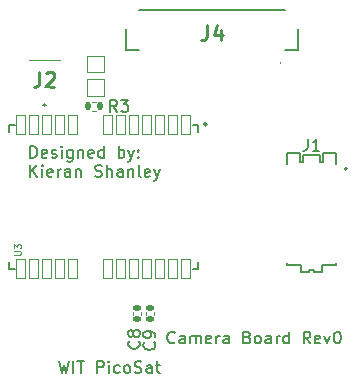
<source format=gto>
%TF.GenerationSoftware,KiCad,Pcbnew,7.0.2*%
%TF.CreationDate,2023-07-30T22:12:35-04:00*%
%TF.ProjectId,CameraBoard,43616d65-7261-4426-9f61-72642e6b6963,rev?*%
%TF.SameCoordinates,Original*%
%TF.FileFunction,Legend,Top*%
%TF.FilePolarity,Positive*%
%FSLAX46Y46*%
G04 Gerber Fmt 4.6, Leading zero omitted, Abs format (unit mm)*
G04 Created by KiCad (PCBNEW 7.0.2) date 2023-07-30 22:12:35*
%MOMM*%
%LPD*%
G01*
G04 APERTURE LIST*
G04 Aperture macros list*
%AMRoundRect*
0 Rectangle with rounded corners*
0 $1 Rounding radius*
0 $2 $3 $4 $5 $6 $7 $8 $9 X,Y pos of 4 corners*
0 Add a 4 corners polygon primitive as box body*
4,1,4,$2,$3,$4,$5,$6,$7,$8,$9,$2,$3,0*
0 Add four circle primitives for the rounded corners*
1,1,$1+$1,$2,$3*
1,1,$1+$1,$4,$5*
1,1,$1+$1,$6,$7*
1,1,$1+$1,$8,$9*
0 Add four rect primitives between the rounded corners*
20,1,$1+$1,$2,$3,$4,$5,0*
20,1,$1+$1,$4,$5,$6,$7,0*
20,1,$1+$1,$6,$7,$8,$9,0*
20,1,$1+$1,$8,$9,$2,$3,0*%
G04 Aperture macros list end*
%ADD10C,0.150000*%
%ADD11C,0.254000*%
%ADD12C,0.120000*%
%ADD13C,0.200000*%
%ADD14C,0.100000*%
%ADD15C,0.127000*%
%ADD16R,0.300000X0.800000*%
%ADD17R,0.950000X1.000000*%
%ADD18R,1.000000X1.000000*%
%ADD19RoundRect,0.140000X-0.170000X0.140000X-0.170000X-0.140000X0.170000X-0.140000X0.170000X0.140000X0*%
%ADD20RoundRect,0.063500X0.400000X-0.800000X0.400000X0.800000X-0.400000X0.800000X-0.400000X-0.800000X0*%
%ADD21RoundRect,0.135000X0.135000X0.185000X-0.135000X0.185000X-0.135000X-0.185000X0.135000X-0.185000X0*%
%ADD22R,1.000000X1.050000*%
%ADD23R,1.050000X2.200000*%
%ADD24R,1.200000X0.230000*%
G04 APERTURE END LIST*
D10*
X44509523Y-111382380D02*
X44461904Y-111430000D01*
X44461904Y-111430000D02*
X44319047Y-111477619D01*
X44319047Y-111477619D02*
X44223809Y-111477619D01*
X44223809Y-111477619D02*
X44080952Y-111430000D01*
X44080952Y-111430000D02*
X43985714Y-111334761D01*
X43985714Y-111334761D02*
X43938095Y-111239523D01*
X43938095Y-111239523D02*
X43890476Y-111049047D01*
X43890476Y-111049047D02*
X43890476Y-110906190D01*
X43890476Y-110906190D02*
X43938095Y-110715714D01*
X43938095Y-110715714D02*
X43985714Y-110620476D01*
X43985714Y-110620476D02*
X44080952Y-110525238D01*
X44080952Y-110525238D02*
X44223809Y-110477619D01*
X44223809Y-110477619D02*
X44319047Y-110477619D01*
X44319047Y-110477619D02*
X44461904Y-110525238D01*
X44461904Y-110525238D02*
X44509523Y-110572857D01*
X45366666Y-111477619D02*
X45366666Y-110953809D01*
X45366666Y-110953809D02*
X45319047Y-110858571D01*
X45319047Y-110858571D02*
X45223809Y-110810952D01*
X45223809Y-110810952D02*
X45033333Y-110810952D01*
X45033333Y-110810952D02*
X44938095Y-110858571D01*
X45366666Y-111430000D02*
X45271428Y-111477619D01*
X45271428Y-111477619D02*
X45033333Y-111477619D01*
X45033333Y-111477619D02*
X44938095Y-111430000D01*
X44938095Y-111430000D02*
X44890476Y-111334761D01*
X44890476Y-111334761D02*
X44890476Y-111239523D01*
X44890476Y-111239523D02*
X44938095Y-111144285D01*
X44938095Y-111144285D02*
X45033333Y-111096666D01*
X45033333Y-111096666D02*
X45271428Y-111096666D01*
X45271428Y-111096666D02*
X45366666Y-111049047D01*
X45842857Y-111477619D02*
X45842857Y-110810952D01*
X45842857Y-110906190D02*
X45890476Y-110858571D01*
X45890476Y-110858571D02*
X45985714Y-110810952D01*
X45985714Y-110810952D02*
X46128571Y-110810952D01*
X46128571Y-110810952D02*
X46223809Y-110858571D01*
X46223809Y-110858571D02*
X46271428Y-110953809D01*
X46271428Y-110953809D02*
X46271428Y-111477619D01*
X46271428Y-110953809D02*
X46319047Y-110858571D01*
X46319047Y-110858571D02*
X46414285Y-110810952D01*
X46414285Y-110810952D02*
X46557142Y-110810952D01*
X46557142Y-110810952D02*
X46652381Y-110858571D01*
X46652381Y-110858571D02*
X46700000Y-110953809D01*
X46700000Y-110953809D02*
X46700000Y-111477619D01*
X47557142Y-111430000D02*
X47461904Y-111477619D01*
X47461904Y-111477619D02*
X47271428Y-111477619D01*
X47271428Y-111477619D02*
X47176190Y-111430000D01*
X47176190Y-111430000D02*
X47128571Y-111334761D01*
X47128571Y-111334761D02*
X47128571Y-110953809D01*
X47128571Y-110953809D02*
X47176190Y-110858571D01*
X47176190Y-110858571D02*
X47271428Y-110810952D01*
X47271428Y-110810952D02*
X47461904Y-110810952D01*
X47461904Y-110810952D02*
X47557142Y-110858571D01*
X47557142Y-110858571D02*
X47604761Y-110953809D01*
X47604761Y-110953809D02*
X47604761Y-111049047D01*
X47604761Y-111049047D02*
X47128571Y-111144285D01*
X48033333Y-111477619D02*
X48033333Y-110810952D01*
X48033333Y-111001428D02*
X48080952Y-110906190D01*
X48080952Y-110906190D02*
X48128571Y-110858571D01*
X48128571Y-110858571D02*
X48223809Y-110810952D01*
X48223809Y-110810952D02*
X48319047Y-110810952D01*
X49080952Y-111477619D02*
X49080952Y-110953809D01*
X49080952Y-110953809D02*
X49033333Y-110858571D01*
X49033333Y-110858571D02*
X48938095Y-110810952D01*
X48938095Y-110810952D02*
X48747619Y-110810952D01*
X48747619Y-110810952D02*
X48652381Y-110858571D01*
X49080952Y-111430000D02*
X48985714Y-111477619D01*
X48985714Y-111477619D02*
X48747619Y-111477619D01*
X48747619Y-111477619D02*
X48652381Y-111430000D01*
X48652381Y-111430000D02*
X48604762Y-111334761D01*
X48604762Y-111334761D02*
X48604762Y-111239523D01*
X48604762Y-111239523D02*
X48652381Y-111144285D01*
X48652381Y-111144285D02*
X48747619Y-111096666D01*
X48747619Y-111096666D02*
X48985714Y-111096666D01*
X48985714Y-111096666D02*
X49080952Y-111049047D01*
X50652381Y-110953809D02*
X50795238Y-111001428D01*
X50795238Y-111001428D02*
X50842857Y-111049047D01*
X50842857Y-111049047D02*
X50890476Y-111144285D01*
X50890476Y-111144285D02*
X50890476Y-111287142D01*
X50890476Y-111287142D02*
X50842857Y-111382380D01*
X50842857Y-111382380D02*
X50795238Y-111430000D01*
X50795238Y-111430000D02*
X50700000Y-111477619D01*
X50700000Y-111477619D02*
X50319048Y-111477619D01*
X50319048Y-111477619D02*
X50319048Y-110477619D01*
X50319048Y-110477619D02*
X50652381Y-110477619D01*
X50652381Y-110477619D02*
X50747619Y-110525238D01*
X50747619Y-110525238D02*
X50795238Y-110572857D01*
X50795238Y-110572857D02*
X50842857Y-110668095D01*
X50842857Y-110668095D02*
X50842857Y-110763333D01*
X50842857Y-110763333D02*
X50795238Y-110858571D01*
X50795238Y-110858571D02*
X50747619Y-110906190D01*
X50747619Y-110906190D02*
X50652381Y-110953809D01*
X50652381Y-110953809D02*
X50319048Y-110953809D01*
X51461905Y-111477619D02*
X51366667Y-111430000D01*
X51366667Y-111430000D02*
X51319048Y-111382380D01*
X51319048Y-111382380D02*
X51271429Y-111287142D01*
X51271429Y-111287142D02*
X51271429Y-111001428D01*
X51271429Y-111001428D02*
X51319048Y-110906190D01*
X51319048Y-110906190D02*
X51366667Y-110858571D01*
X51366667Y-110858571D02*
X51461905Y-110810952D01*
X51461905Y-110810952D02*
X51604762Y-110810952D01*
X51604762Y-110810952D02*
X51700000Y-110858571D01*
X51700000Y-110858571D02*
X51747619Y-110906190D01*
X51747619Y-110906190D02*
X51795238Y-111001428D01*
X51795238Y-111001428D02*
X51795238Y-111287142D01*
X51795238Y-111287142D02*
X51747619Y-111382380D01*
X51747619Y-111382380D02*
X51700000Y-111430000D01*
X51700000Y-111430000D02*
X51604762Y-111477619D01*
X51604762Y-111477619D02*
X51461905Y-111477619D01*
X52652381Y-111477619D02*
X52652381Y-110953809D01*
X52652381Y-110953809D02*
X52604762Y-110858571D01*
X52604762Y-110858571D02*
X52509524Y-110810952D01*
X52509524Y-110810952D02*
X52319048Y-110810952D01*
X52319048Y-110810952D02*
X52223810Y-110858571D01*
X52652381Y-111430000D02*
X52557143Y-111477619D01*
X52557143Y-111477619D02*
X52319048Y-111477619D01*
X52319048Y-111477619D02*
X52223810Y-111430000D01*
X52223810Y-111430000D02*
X52176191Y-111334761D01*
X52176191Y-111334761D02*
X52176191Y-111239523D01*
X52176191Y-111239523D02*
X52223810Y-111144285D01*
X52223810Y-111144285D02*
X52319048Y-111096666D01*
X52319048Y-111096666D02*
X52557143Y-111096666D01*
X52557143Y-111096666D02*
X52652381Y-111049047D01*
X53128572Y-111477619D02*
X53128572Y-110810952D01*
X53128572Y-111001428D02*
X53176191Y-110906190D01*
X53176191Y-110906190D02*
X53223810Y-110858571D01*
X53223810Y-110858571D02*
X53319048Y-110810952D01*
X53319048Y-110810952D02*
X53414286Y-110810952D01*
X54176191Y-111477619D02*
X54176191Y-110477619D01*
X54176191Y-111430000D02*
X54080953Y-111477619D01*
X54080953Y-111477619D02*
X53890477Y-111477619D01*
X53890477Y-111477619D02*
X53795239Y-111430000D01*
X53795239Y-111430000D02*
X53747620Y-111382380D01*
X53747620Y-111382380D02*
X53700001Y-111287142D01*
X53700001Y-111287142D02*
X53700001Y-111001428D01*
X53700001Y-111001428D02*
X53747620Y-110906190D01*
X53747620Y-110906190D02*
X53795239Y-110858571D01*
X53795239Y-110858571D02*
X53890477Y-110810952D01*
X53890477Y-110810952D02*
X54080953Y-110810952D01*
X54080953Y-110810952D02*
X54176191Y-110858571D01*
X55985715Y-111477619D02*
X55652382Y-111001428D01*
X55414287Y-111477619D02*
X55414287Y-110477619D01*
X55414287Y-110477619D02*
X55795239Y-110477619D01*
X55795239Y-110477619D02*
X55890477Y-110525238D01*
X55890477Y-110525238D02*
X55938096Y-110572857D01*
X55938096Y-110572857D02*
X55985715Y-110668095D01*
X55985715Y-110668095D02*
X55985715Y-110810952D01*
X55985715Y-110810952D02*
X55938096Y-110906190D01*
X55938096Y-110906190D02*
X55890477Y-110953809D01*
X55890477Y-110953809D02*
X55795239Y-111001428D01*
X55795239Y-111001428D02*
X55414287Y-111001428D01*
X56795239Y-111430000D02*
X56700001Y-111477619D01*
X56700001Y-111477619D02*
X56509525Y-111477619D01*
X56509525Y-111477619D02*
X56414287Y-111430000D01*
X56414287Y-111430000D02*
X56366668Y-111334761D01*
X56366668Y-111334761D02*
X56366668Y-110953809D01*
X56366668Y-110953809D02*
X56414287Y-110858571D01*
X56414287Y-110858571D02*
X56509525Y-110810952D01*
X56509525Y-110810952D02*
X56700001Y-110810952D01*
X56700001Y-110810952D02*
X56795239Y-110858571D01*
X56795239Y-110858571D02*
X56842858Y-110953809D01*
X56842858Y-110953809D02*
X56842858Y-111049047D01*
X56842858Y-111049047D02*
X56366668Y-111144285D01*
X57176192Y-110810952D02*
X57414287Y-111477619D01*
X57414287Y-111477619D02*
X57652382Y-110810952D01*
X58223811Y-110477619D02*
X58319049Y-110477619D01*
X58319049Y-110477619D02*
X58414287Y-110525238D01*
X58414287Y-110525238D02*
X58461906Y-110572857D01*
X58461906Y-110572857D02*
X58509525Y-110668095D01*
X58509525Y-110668095D02*
X58557144Y-110858571D01*
X58557144Y-110858571D02*
X58557144Y-111096666D01*
X58557144Y-111096666D02*
X58509525Y-111287142D01*
X58509525Y-111287142D02*
X58461906Y-111382380D01*
X58461906Y-111382380D02*
X58414287Y-111430000D01*
X58414287Y-111430000D02*
X58319049Y-111477619D01*
X58319049Y-111477619D02*
X58223811Y-111477619D01*
X58223811Y-111477619D02*
X58128573Y-111430000D01*
X58128573Y-111430000D02*
X58080954Y-111382380D01*
X58080954Y-111382380D02*
X58033335Y-111287142D01*
X58033335Y-111287142D02*
X57985716Y-111096666D01*
X57985716Y-111096666D02*
X57985716Y-110858571D01*
X57985716Y-110858571D02*
X58033335Y-110668095D01*
X58033335Y-110668095D02*
X58080954Y-110572857D01*
X58080954Y-110572857D02*
X58128573Y-110525238D01*
X58128573Y-110525238D02*
X58223811Y-110477619D01*
X34692857Y-112977619D02*
X34930952Y-113977619D01*
X34930952Y-113977619D02*
X35121428Y-113263333D01*
X35121428Y-113263333D02*
X35311904Y-113977619D01*
X35311904Y-113977619D02*
X35550000Y-112977619D01*
X35930952Y-113977619D02*
X35930952Y-112977619D01*
X36264285Y-112977619D02*
X36835713Y-112977619D01*
X36549999Y-113977619D02*
X36549999Y-112977619D01*
X37930952Y-113977619D02*
X37930952Y-112977619D01*
X37930952Y-112977619D02*
X38311904Y-112977619D01*
X38311904Y-112977619D02*
X38407142Y-113025238D01*
X38407142Y-113025238D02*
X38454761Y-113072857D01*
X38454761Y-113072857D02*
X38502380Y-113168095D01*
X38502380Y-113168095D02*
X38502380Y-113310952D01*
X38502380Y-113310952D02*
X38454761Y-113406190D01*
X38454761Y-113406190D02*
X38407142Y-113453809D01*
X38407142Y-113453809D02*
X38311904Y-113501428D01*
X38311904Y-113501428D02*
X37930952Y-113501428D01*
X38930952Y-113977619D02*
X38930952Y-113310952D01*
X38930952Y-112977619D02*
X38883333Y-113025238D01*
X38883333Y-113025238D02*
X38930952Y-113072857D01*
X38930952Y-113072857D02*
X38978571Y-113025238D01*
X38978571Y-113025238D02*
X38930952Y-112977619D01*
X38930952Y-112977619D02*
X38930952Y-113072857D01*
X39835713Y-113930000D02*
X39740475Y-113977619D01*
X39740475Y-113977619D02*
X39549999Y-113977619D01*
X39549999Y-113977619D02*
X39454761Y-113930000D01*
X39454761Y-113930000D02*
X39407142Y-113882380D01*
X39407142Y-113882380D02*
X39359523Y-113787142D01*
X39359523Y-113787142D02*
X39359523Y-113501428D01*
X39359523Y-113501428D02*
X39407142Y-113406190D01*
X39407142Y-113406190D02*
X39454761Y-113358571D01*
X39454761Y-113358571D02*
X39549999Y-113310952D01*
X39549999Y-113310952D02*
X39740475Y-113310952D01*
X39740475Y-113310952D02*
X39835713Y-113358571D01*
X40407142Y-113977619D02*
X40311904Y-113930000D01*
X40311904Y-113930000D02*
X40264285Y-113882380D01*
X40264285Y-113882380D02*
X40216666Y-113787142D01*
X40216666Y-113787142D02*
X40216666Y-113501428D01*
X40216666Y-113501428D02*
X40264285Y-113406190D01*
X40264285Y-113406190D02*
X40311904Y-113358571D01*
X40311904Y-113358571D02*
X40407142Y-113310952D01*
X40407142Y-113310952D02*
X40549999Y-113310952D01*
X40549999Y-113310952D02*
X40645237Y-113358571D01*
X40645237Y-113358571D02*
X40692856Y-113406190D01*
X40692856Y-113406190D02*
X40740475Y-113501428D01*
X40740475Y-113501428D02*
X40740475Y-113787142D01*
X40740475Y-113787142D02*
X40692856Y-113882380D01*
X40692856Y-113882380D02*
X40645237Y-113930000D01*
X40645237Y-113930000D02*
X40549999Y-113977619D01*
X40549999Y-113977619D02*
X40407142Y-113977619D01*
X41121428Y-113930000D02*
X41264285Y-113977619D01*
X41264285Y-113977619D02*
X41502380Y-113977619D01*
X41502380Y-113977619D02*
X41597618Y-113930000D01*
X41597618Y-113930000D02*
X41645237Y-113882380D01*
X41645237Y-113882380D02*
X41692856Y-113787142D01*
X41692856Y-113787142D02*
X41692856Y-113691904D01*
X41692856Y-113691904D02*
X41645237Y-113596666D01*
X41645237Y-113596666D02*
X41597618Y-113549047D01*
X41597618Y-113549047D02*
X41502380Y-113501428D01*
X41502380Y-113501428D02*
X41311904Y-113453809D01*
X41311904Y-113453809D02*
X41216666Y-113406190D01*
X41216666Y-113406190D02*
X41169047Y-113358571D01*
X41169047Y-113358571D02*
X41121428Y-113263333D01*
X41121428Y-113263333D02*
X41121428Y-113168095D01*
X41121428Y-113168095D02*
X41169047Y-113072857D01*
X41169047Y-113072857D02*
X41216666Y-113025238D01*
X41216666Y-113025238D02*
X41311904Y-112977619D01*
X41311904Y-112977619D02*
X41549999Y-112977619D01*
X41549999Y-112977619D02*
X41692856Y-113025238D01*
X42549999Y-113977619D02*
X42549999Y-113453809D01*
X42549999Y-113453809D02*
X42502380Y-113358571D01*
X42502380Y-113358571D02*
X42407142Y-113310952D01*
X42407142Y-113310952D02*
X42216666Y-113310952D01*
X42216666Y-113310952D02*
X42121428Y-113358571D01*
X42549999Y-113930000D02*
X42454761Y-113977619D01*
X42454761Y-113977619D02*
X42216666Y-113977619D01*
X42216666Y-113977619D02*
X42121428Y-113930000D01*
X42121428Y-113930000D02*
X42073809Y-113834761D01*
X42073809Y-113834761D02*
X42073809Y-113739523D01*
X42073809Y-113739523D02*
X42121428Y-113644285D01*
X42121428Y-113644285D02*
X42216666Y-113596666D01*
X42216666Y-113596666D02*
X42454761Y-113596666D01*
X42454761Y-113596666D02*
X42549999Y-113549047D01*
X42883333Y-113310952D02*
X43264285Y-113310952D01*
X43026190Y-112977619D02*
X43026190Y-113834761D01*
X43026190Y-113834761D02*
X43073809Y-113930000D01*
X43073809Y-113930000D02*
X43169047Y-113977619D01*
X43169047Y-113977619D02*
X43264285Y-113977619D01*
X32288095Y-95757619D02*
X32288095Y-94757619D01*
X32288095Y-94757619D02*
X32526190Y-94757619D01*
X32526190Y-94757619D02*
X32669047Y-94805238D01*
X32669047Y-94805238D02*
X32764285Y-94900476D01*
X32764285Y-94900476D02*
X32811904Y-94995714D01*
X32811904Y-94995714D02*
X32859523Y-95186190D01*
X32859523Y-95186190D02*
X32859523Y-95329047D01*
X32859523Y-95329047D02*
X32811904Y-95519523D01*
X32811904Y-95519523D02*
X32764285Y-95614761D01*
X32764285Y-95614761D02*
X32669047Y-95710000D01*
X32669047Y-95710000D02*
X32526190Y-95757619D01*
X32526190Y-95757619D02*
X32288095Y-95757619D01*
X33669047Y-95710000D02*
X33573809Y-95757619D01*
X33573809Y-95757619D02*
X33383333Y-95757619D01*
X33383333Y-95757619D02*
X33288095Y-95710000D01*
X33288095Y-95710000D02*
X33240476Y-95614761D01*
X33240476Y-95614761D02*
X33240476Y-95233809D01*
X33240476Y-95233809D02*
X33288095Y-95138571D01*
X33288095Y-95138571D02*
X33383333Y-95090952D01*
X33383333Y-95090952D02*
X33573809Y-95090952D01*
X33573809Y-95090952D02*
X33669047Y-95138571D01*
X33669047Y-95138571D02*
X33716666Y-95233809D01*
X33716666Y-95233809D02*
X33716666Y-95329047D01*
X33716666Y-95329047D02*
X33240476Y-95424285D01*
X34097619Y-95710000D02*
X34192857Y-95757619D01*
X34192857Y-95757619D02*
X34383333Y-95757619D01*
X34383333Y-95757619D02*
X34478571Y-95710000D01*
X34478571Y-95710000D02*
X34526190Y-95614761D01*
X34526190Y-95614761D02*
X34526190Y-95567142D01*
X34526190Y-95567142D02*
X34478571Y-95471904D01*
X34478571Y-95471904D02*
X34383333Y-95424285D01*
X34383333Y-95424285D02*
X34240476Y-95424285D01*
X34240476Y-95424285D02*
X34145238Y-95376666D01*
X34145238Y-95376666D02*
X34097619Y-95281428D01*
X34097619Y-95281428D02*
X34097619Y-95233809D01*
X34097619Y-95233809D02*
X34145238Y-95138571D01*
X34145238Y-95138571D02*
X34240476Y-95090952D01*
X34240476Y-95090952D02*
X34383333Y-95090952D01*
X34383333Y-95090952D02*
X34478571Y-95138571D01*
X34954762Y-95757619D02*
X34954762Y-95090952D01*
X34954762Y-94757619D02*
X34907143Y-94805238D01*
X34907143Y-94805238D02*
X34954762Y-94852857D01*
X34954762Y-94852857D02*
X35002381Y-94805238D01*
X35002381Y-94805238D02*
X34954762Y-94757619D01*
X34954762Y-94757619D02*
X34954762Y-94852857D01*
X35859523Y-95090952D02*
X35859523Y-95900476D01*
X35859523Y-95900476D02*
X35811904Y-95995714D01*
X35811904Y-95995714D02*
X35764285Y-96043333D01*
X35764285Y-96043333D02*
X35669047Y-96090952D01*
X35669047Y-96090952D02*
X35526190Y-96090952D01*
X35526190Y-96090952D02*
X35430952Y-96043333D01*
X35859523Y-95710000D02*
X35764285Y-95757619D01*
X35764285Y-95757619D02*
X35573809Y-95757619D01*
X35573809Y-95757619D02*
X35478571Y-95710000D01*
X35478571Y-95710000D02*
X35430952Y-95662380D01*
X35430952Y-95662380D02*
X35383333Y-95567142D01*
X35383333Y-95567142D02*
X35383333Y-95281428D01*
X35383333Y-95281428D02*
X35430952Y-95186190D01*
X35430952Y-95186190D02*
X35478571Y-95138571D01*
X35478571Y-95138571D02*
X35573809Y-95090952D01*
X35573809Y-95090952D02*
X35764285Y-95090952D01*
X35764285Y-95090952D02*
X35859523Y-95138571D01*
X36335714Y-95090952D02*
X36335714Y-95757619D01*
X36335714Y-95186190D02*
X36383333Y-95138571D01*
X36383333Y-95138571D02*
X36478571Y-95090952D01*
X36478571Y-95090952D02*
X36621428Y-95090952D01*
X36621428Y-95090952D02*
X36716666Y-95138571D01*
X36716666Y-95138571D02*
X36764285Y-95233809D01*
X36764285Y-95233809D02*
X36764285Y-95757619D01*
X37621428Y-95710000D02*
X37526190Y-95757619D01*
X37526190Y-95757619D02*
X37335714Y-95757619D01*
X37335714Y-95757619D02*
X37240476Y-95710000D01*
X37240476Y-95710000D02*
X37192857Y-95614761D01*
X37192857Y-95614761D02*
X37192857Y-95233809D01*
X37192857Y-95233809D02*
X37240476Y-95138571D01*
X37240476Y-95138571D02*
X37335714Y-95090952D01*
X37335714Y-95090952D02*
X37526190Y-95090952D01*
X37526190Y-95090952D02*
X37621428Y-95138571D01*
X37621428Y-95138571D02*
X37669047Y-95233809D01*
X37669047Y-95233809D02*
X37669047Y-95329047D01*
X37669047Y-95329047D02*
X37192857Y-95424285D01*
X38526190Y-95757619D02*
X38526190Y-94757619D01*
X38526190Y-95710000D02*
X38430952Y-95757619D01*
X38430952Y-95757619D02*
X38240476Y-95757619D01*
X38240476Y-95757619D02*
X38145238Y-95710000D01*
X38145238Y-95710000D02*
X38097619Y-95662380D01*
X38097619Y-95662380D02*
X38050000Y-95567142D01*
X38050000Y-95567142D02*
X38050000Y-95281428D01*
X38050000Y-95281428D02*
X38097619Y-95186190D01*
X38097619Y-95186190D02*
X38145238Y-95138571D01*
X38145238Y-95138571D02*
X38240476Y-95090952D01*
X38240476Y-95090952D02*
X38430952Y-95090952D01*
X38430952Y-95090952D02*
X38526190Y-95138571D01*
X39764286Y-95757619D02*
X39764286Y-94757619D01*
X39764286Y-95138571D02*
X39859524Y-95090952D01*
X39859524Y-95090952D02*
X40050000Y-95090952D01*
X40050000Y-95090952D02*
X40145238Y-95138571D01*
X40145238Y-95138571D02*
X40192857Y-95186190D01*
X40192857Y-95186190D02*
X40240476Y-95281428D01*
X40240476Y-95281428D02*
X40240476Y-95567142D01*
X40240476Y-95567142D02*
X40192857Y-95662380D01*
X40192857Y-95662380D02*
X40145238Y-95710000D01*
X40145238Y-95710000D02*
X40050000Y-95757619D01*
X40050000Y-95757619D02*
X39859524Y-95757619D01*
X39859524Y-95757619D02*
X39764286Y-95710000D01*
X40573810Y-95090952D02*
X40811905Y-95757619D01*
X41050000Y-95090952D02*
X40811905Y-95757619D01*
X40811905Y-95757619D02*
X40716667Y-95995714D01*
X40716667Y-95995714D02*
X40669048Y-96043333D01*
X40669048Y-96043333D02*
X40573810Y-96090952D01*
X41430953Y-95662380D02*
X41478572Y-95710000D01*
X41478572Y-95710000D02*
X41430953Y-95757619D01*
X41430953Y-95757619D02*
X41383334Y-95710000D01*
X41383334Y-95710000D02*
X41430953Y-95662380D01*
X41430953Y-95662380D02*
X41430953Y-95757619D01*
X41430953Y-95138571D02*
X41478572Y-95186190D01*
X41478572Y-95186190D02*
X41430953Y-95233809D01*
X41430953Y-95233809D02*
X41383334Y-95186190D01*
X41383334Y-95186190D02*
X41430953Y-95138571D01*
X41430953Y-95138571D02*
X41430953Y-95233809D01*
X32288095Y-97377619D02*
X32288095Y-96377619D01*
X32859523Y-97377619D02*
X32430952Y-96806190D01*
X32859523Y-96377619D02*
X32288095Y-96949047D01*
X33288095Y-97377619D02*
X33288095Y-96710952D01*
X33288095Y-96377619D02*
X33240476Y-96425238D01*
X33240476Y-96425238D02*
X33288095Y-96472857D01*
X33288095Y-96472857D02*
X33335714Y-96425238D01*
X33335714Y-96425238D02*
X33288095Y-96377619D01*
X33288095Y-96377619D02*
X33288095Y-96472857D01*
X34145237Y-97330000D02*
X34049999Y-97377619D01*
X34049999Y-97377619D02*
X33859523Y-97377619D01*
X33859523Y-97377619D02*
X33764285Y-97330000D01*
X33764285Y-97330000D02*
X33716666Y-97234761D01*
X33716666Y-97234761D02*
X33716666Y-96853809D01*
X33716666Y-96853809D02*
X33764285Y-96758571D01*
X33764285Y-96758571D02*
X33859523Y-96710952D01*
X33859523Y-96710952D02*
X34049999Y-96710952D01*
X34049999Y-96710952D02*
X34145237Y-96758571D01*
X34145237Y-96758571D02*
X34192856Y-96853809D01*
X34192856Y-96853809D02*
X34192856Y-96949047D01*
X34192856Y-96949047D02*
X33716666Y-97044285D01*
X34621428Y-97377619D02*
X34621428Y-96710952D01*
X34621428Y-96901428D02*
X34669047Y-96806190D01*
X34669047Y-96806190D02*
X34716666Y-96758571D01*
X34716666Y-96758571D02*
X34811904Y-96710952D01*
X34811904Y-96710952D02*
X34907142Y-96710952D01*
X35669047Y-97377619D02*
X35669047Y-96853809D01*
X35669047Y-96853809D02*
X35621428Y-96758571D01*
X35621428Y-96758571D02*
X35526190Y-96710952D01*
X35526190Y-96710952D02*
X35335714Y-96710952D01*
X35335714Y-96710952D02*
X35240476Y-96758571D01*
X35669047Y-97330000D02*
X35573809Y-97377619D01*
X35573809Y-97377619D02*
X35335714Y-97377619D01*
X35335714Y-97377619D02*
X35240476Y-97330000D01*
X35240476Y-97330000D02*
X35192857Y-97234761D01*
X35192857Y-97234761D02*
X35192857Y-97139523D01*
X35192857Y-97139523D02*
X35240476Y-97044285D01*
X35240476Y-97044285D02*
X35335714Y-96996666D01*
X35335714Y-96996666D02*
X35573809Y-96996666D01*
X35573809Y-96996666D02*
X35669047Y-96949047D01*
X36145238Y-96710952D02*
X36145238Y-97377619D01*
X36145238Y-96806190D02*
X36192857Y-96758571D01*
X36192857Y-96758571D02*
X36288095Y-96710952D01*
X36288095Y-96710952D02*
X36430952Y-96710952D01*
X36430952Y-96710952D02*
X36526190Y-96758571D01*
X36526190Y-96758571D02*
X36573809Y-96853809D01*
X36573809Y-96853809D02*
X36573809Y-97377619D01*
X37764286Y-97330000D02*
X37907143Y-97377619D01*
X37907143Y-97377619D02*
X38145238Y-97377619D01*
X38145238Y-97377619D02*
X38240476Y-97330000D01*
X38240476Y-97330000D02*
X38288095Y-97282380D01*
X38288095Y-97282380D02*
X38335714Y-97187142D01*
X38335714Y-97187142D02*
X38335714Y-97091904D01*
X38335714Y-97091904D02*
X38288095Y-96996666D01*
X38288095Y-96996666D02*
X38240476Y-96949047D01*
X38240476Y-96949047D02*
X38145238Y-96901428D01*
X38145238Y-96901428D02*
X37954762Y-96853809D01*
X37954762Y-96853809D02*
X37859524Y-96806190D01*
X37859524Y-96806190D02*
X37811905Y-96758571D01*
X37811905Y-96758571D02*
X37764286Y-96663333D01*
X37764286Y-96663333D02*
X37764286Y-96568095D01*
X37764286Y-96568095D02*
X37811905Y-96472857D01*
X37811905Y-96472857D02*
X37859524Y-96425238D01*
X37859524Y-96425238D02*
X37954762Y-96377619D01*
X37954762Y-96377619D02*
X38192857Y-96377619D01*
X38192857Y-96377619D02*
X38335714Y-96425238D01*
X38764286Y-97377619D02*
X38764286Y-96377619D01*
X39192857Y-97377619D02*
X39192857Y-96853809D01*
X39192857Y-96853809D02*
X39145238Y-96758571D01*
X39145238Y-96758571D02*
X39050000Y-96710952D01*
X39050000Y-96710952D02*
X38907143Y-96710952D01*
X38907143Y-96710952D02*
X38811905Y-96758571D01*
X38811905Y-96758571D02*
X38764286Y-96806190D01*
X40097619Y-97377619D02*
X40097619Y-96853809D01*
X40097619Y-96853809D02*
X40050000Y-96758571D01*
X40050000Y-96758571D02*
X39954762Y-96710952D01*
X39954762Y-96710952D02*
X39764286Y-96710952D01*
X39764286Y-96710952D02*
X39669048Y-96758571D01*
X40097619Y-97330000D02*
X40002381Y-97377619D01*
X40002381Y-97377619D02*
X39764286Y-97377619D01*
X39764286Y-97377619D02*
X39669048Y-97330000D01*
X39669048Y-97330000D02*
X39621429Y-97234761D01*
X39621429Y-97234761D02*
X39621429Y-97139523D01*
X39621429Y-97139523D02*
X39669048Y-97044285D01*
X39669048Y-97044285D02*
X39764286Y-96996666D01*
X39764286Y-96996666D02*
X40002381Y-96996666D01*
X40002381Y-96996666D02*
X40097619Y-96949047D01*
X40573810Y-96710952D02*
X40573810Y-97377619D01*
X40573810Y-96806190D02*
X40621429Y-96758571D01*
X40621429Y-96758571D02*
X40716667Y-96710952D01*
X40716667Y-96710952D02*
X40859524Y-96710952D01*
X40859524Y-96710952D02*
X40954762Y-96758571D01*
X40954762Y-96758571D02*
X41002381Y-96853809D01*
X41002381Y-96853809D02*
X41002381Y-97377619D01*
X41621429Y-97377619D02*
X41526191Y-97330000D01*
X41526191Y-97330000D02*
X41478572Y-97234761D01*
X41478572Y-97234761D02*
X41478572Y-96377619D01*
X42383334Y-97330000D02*
X42288096Y-97377619D01*
X42288096Y-97377619D02*
X42097620Y-97377619D01*
X42097620Y-97377619D02*
X42002382Y-97330000D01*
X42002382Y-97330000D02*
X41954763Y-97234761D01*
X41954763Y-97234761D02*
X41954763Y-96853809D01*
X41954763Y-96853809D02*
X42002382Y-96758571D01*
X42002382Y-96758571D02*
X42097620Y-96710952D01*
X42097620Y-96710952D02*
X42288096Y-96710952D01*
X42288096Y-96710952D02*
X42383334Y-96758571D01*
X42383334Y-96758571D02*
X42430953Y-96853809D01*
X42430953Y-96853809D02*
X42430953Y-96949047D01*
X42430953Y-96949047D02*
X41954763Y-97044285D01*
X42764287Y-96710952D02*
X43002382Y-97377619D01*
X43240477Y-96710952D02*
X43002382Y-97377619D01*
X43002382Y-97377619D02*
X42907144Y-97615714D01*
X42907144Y-97615714D02*
X42859525Y-97663333D01*
X42859525Y-97663333D02*
X42764287Y-97710952D01*
D11*
X47251667Y-84542526D02*
X47251667Y-85449669D01*
X47251667Y-85449669D02*
X47191190Y-85631097D01*
X47191190Y-85631097D02*
X47070238Y-85752050D01*
X47070238Y-85752050D02*
X46888809Y-85812526D01*
X46888809Y-85812526D02*
X46767857Y-85812526D01*
X48400714Y-84965859D02*
X48400714Y-85812526D01*
X48098333Y-84482050D02*
X47795952Y-85389192D01*
X47795952Y-85389192D02*
X48582143Y-85389192D01*
D10*
X42767380Y-111386666D02*
X42815000Y-111434285D01*
X42815000Y-111434285D02*
X42862619Y-111577142D01*
X42862619Y-111577142D02*
X42862619Y-111672380D01*
X42862619Y-111672380D02*
X42815000Y-111815237D01*
X42815000Y-111815237D02*
X42719761Y-111910475D01*
X42719761Y-111910475D02*
X42624523Y-111958094D01*
X42624523Y-111958094D02*
X42434047Y-112005713D01*
X42434047Y-112005713D02*
X42291190Y-112005713D01*
X42291190Y-112005713D02*
X42100714Y-111958094D01*
X42100714Y-111958094D02*
X42005476Y-111910475D01*
X42005476Y-111910475D02*
X41910238Y-111815237D01*
X41910238Y-111815237D02*
X41862619Y-111672380D01*
X41862619Y-111672380D02*
X41862619Y-111577142D01*
X41862619Y-111577142D02*
X41910238Y-111434285D01*
X41910238Y-111434285D02*
X41957857Y-111386666D01*
X42862619Y-110910475D02*
X42862619Y-110719999D01*
X42862619Y-110719999D02*
X42815000Y-110624761D01*
X42815000Y-110624761D02*
X42767380Y-110577142D01*
X42767380Y-110577142D02*
X42624523Y-110481904D01*
X42624523Y-110481904D02*
X42434047Y-110434285D01*
X42434047Y-110434285D02*
X42053095Y-110434285D01*
X42053095Y-110434285D02*
X41957857Y-110481904D01*
X41957857Y-110481904D02*
X41910238Y-110529523D01*
X41910238Y-110529523D02*
X41862619Y-110624761D01*
X41862619Y-110624761D02*
X41862619Y-110815237D01*
X41862619Y-110815237D02*
X41910238Y-110910475D01*
X41910238Y-110910475D02*
X41957857Y-110958094D01*
X41957857Y-110958094D02*
X42053095Y-111005713D01*
X42053095Y-111005713D02*
X42291190Y-111005713D01*
X42291190Y-111005713D02*
X42386428Y-110958094D01*
X42386428Y-110958094D02*
X42434047Y-110910475D01*
X42434047Y-110910475D02*
X42481666Y-110815237D01*
X42481666Y-110815237D02*
X42481666Y-110624761D01*
X42481666Y-110624761D02*
X42434047Y-110529523D01*
X42434047Y-110529523D02*
X42386428Y-110481904D01*
X42386428Y-110481904D02*
X42291190Y-110434285D01*
D12*
X30942175Y-103966666D02*
X31395509Y-103966666D01*
X31395509Y-103966666D02*
X31448842Y-103940000D01*
X31448842Y-103940000D02*
X31475509Y-103913333D01*
X31475509Y-103913333D02*
X31502175Y-103860000D01*
X31502175Y-103860000D02*
X31502175Y-103753333D01*
X31502175Y-103753333D02*
X31475509Y-103700000D01*
X31475509Y-103700000D02*
X31448842Y-103673333D01*
X31448842Y-103673333D02*
X31395509Y-103646666D01*
X31395509Y-103646666D02*
X30942175Y-103646666D01*
X30942175Y-103433333D02*
X30942175Y-103086666D01*
X30942175Y-103086666D02*
X31155509Y-103273333D01*
X31155509Y-103273333D02*
X31155509Y-103193333D01*
X31155509Y-103193333D02*
X31182175Y-103139999D01*
X31182175Y-103139999D02*
X31208842Y-103113333D01*
X31208842Y-103113333D02*
X31262175Y-103086666D01*
X31262175Y-103086666D02*
X31395509Y-103086666D01*
X31395509Y-103086666D02*
X31448842Y-103113333D01*
X31448842Y-103113333D02*
X31475509Y-103139999D01*
X31475509Y-103139999D02*
X31502175Y-103193333D01*
X31502175Y-103193333D02*
X31502175Y-103353333D01*
X31502175Y-103353333D02*
X31475509Y-103406666D01*
X31475509Y-103406666D02*
X31448842Y-103433333D01*
D10*
X41467380Y-111286666D02*
X41515000Y-111334285D01*
X41515000Y-111334285D02*
X41562619Y-111477142D01*
X41562619Y-111477142D02*
X41562619Y-111572380D01*
X41562619Y-111572380D02*
X41515000Y-111715237D01*
X41515000Y-111715237D02*
X41419761Y-111810475D01*
X41419761Y-111810475D02*
X41324523Y-111858094D01*
X41324523Y-111858094D02*
X41134047Y-111905713D01*
X41134047Y-111905713D02*
X40991190Y-111905713D01*
X40991190Y-111905713D02*
X40800714Y-111858094D01*
X40800714Y-111858094D02*
X40705476Y-111810475D01*
X40705476Y-111810475D02*
X40610238Y-111715237D01*
X40610238Y-111715237D02*
X40562619Y-111572380D01*
X40562619Y-111572380D02*
X40562619Y-111477142D01*
X40562619Y-111477142D02*
X40610238Y-111334285D01*
X40610238Y-111334285D02*
X40657857Y-111286666D01*
X40991190Y-110715237D02*
X40943571Y-110810475D01*
X40943571Y-110810475D02*
X40895952Y-110858094D01*
X40895952Y-110858094D02*
X40800714Y-110905713D01*
X40800714Y-110905713D02*
X40753095Y-110905713D01*
X40753095Y-110905713D02*
X40657857Y-110858094D01*
X40657857Y-110858094D02*
X40610238Y-110810475D01*
X40610238Y-110810475D02*
X40562619Y-110715237D01*
X40562619Y-110715237D02*
X40562619Y-110524761D01*
X40562619Y-110524761D02*
X40610238Y-110429523D01*
X40610238Y-110429523D02*
X40657857Y-110381904D01*
X40657857Y-110381904D02*
X40753095Y-110334285D01*
X40753095Y-110334285D02*
X40800714Y-110334285D01*
X40800714Y-110334285D02*
X40895952Y-110381904D01*
X40895952Y-110381904D02*
X40943571Y-110429523D01*
X40943571Y-110429523D02*
X40991190Y-110524761D01*
X40991190Y-110524761D02*
X40991190Y-110715237D01*
X40991190Y-110715237D02*
X41038809Y-110810475D01*
X41038809Y-110810475D02*
X41086428Y-110858094D01*
X41086428Y-110858094D02*
X41181666Y-110905713D01*
X41181666Y-110905713D02*
X41372142Y-110905713D01*
X41372142Y-110905713D02*
X41467380Y-110858094D01*
X41467380Y-110858094D02*
X41515000Y-110810475D01*
X41515000Y-110810475D02*
X41562619Y-110715237D01*
X41562619Y-110715237D02*
X41562619Y-110524761D01*
X41562619Y-110524761D02*
X41515000Y-110429523D01*
X41515000Y-110429523D02*
X41467380Y-110381904D01*
X41467380Y-110381904D02*
X41372142Y-110334285D01*
X41372142Y-110334285D02*
X41181666Y-110334285D01*
X41181666Y-110334285D02*
X41086428Y-110381904D01*
X41086428Y-110381904D02*
X41038809Y-110429523D01*
X41038809Y-110429523D02*
X40991190Y-110524761D01*
X39623333Y-91862619D02*
X39290000Y-91386428D01*
X39051905Y-91862619D02*
X39051905Y-90862619D01*
X39051905Y-90862619D02*
X39432857Y-90862619D01*
X39432857Y-90862619D02*
X39528095Y-90910238D01*
X39528095Y-90910238D02*
X39575714Y-90957857D01*
X39575714Y-90957857D02*
X39623333Y-91053095D01*
X39623333Y-91053095D02*
X39623333Y-91195952D01*
X39623333Y-91195952D02*
X39575714Y-91291190D01*
X39575714Y-91291190D02*
X39528095Y-91338809D01*
X39528095Y-91338809D02*
X39432857Y-91386428D01*
X39432857Y-91386428D02*
X39051905Y-91386428D01*
X39956667Y-90862619D02*
X40575714Y-90862619D01*
X40575714Y-90862619D02*
X40242381Y-91243571D01*
X40242381Y-91243571D02*
X40385238Y-91243571D01*
X40385238Y-91243571D02*
X40480476Y-91291190D01*
X40480476Y-91291190D02*
X40528095Y-91338809D01*
X40528095Y-91338809D02*
X40575714Y-91434047D01*
X40575714Y-91434047D02*
X40575714Y-91672142D01*
X40575714Y-91672142D02*
X40528095Y-91767380D01*
X40528095Y-91767380D02*
X40480476Y-91815000D01*
X40480476Y-91815000D02*
X40385238Y-91862619D01*
X40385238Y-91862619D02*
X40099524Y-91862619D01*
X40099524Y-91862619D02*
X40004286Y-91815000D01*
X40004286Y-91815000D02*
X39956667Y-91767380D01*
D11*
X33051667Y-88492526D02*
X33051667Y-89399669D01*
X33051667Y-89399669D02*
X32991190Y-89581097D01*
X32991190Y-89581097D02*
X32870238Y-89702050D01*
X32870238Y-89702050D02*
X32688809Y-89762526D01*
X32688809Y-89762526D02*
X32567857Y-89762526D01*
X33595952Y-88613478D02*
X33656428Y-88553002D01*
X33656428Y-88553002D02*
X33777381Y-88492526D01*
X33777381Y-88492526D02*
X34079762Y-88492526D01*
X34079762Y-88492526D02*
X34200714Y-88553002D01*
X34200714Y-88553002D02*
X34261190Y-88613478D01*
X34261190Y-88613478D02*
X34321667Y-88734430D01*
X34321667Y-88734430D02*
X34321667Y-88855383D01*
X34321667Y-88855383D02*
X34261190Y-89036811D01*
X34261190Y-89036811D02*
X33535476Y-89762526D01*
X33535476Y-89762526D02*
X34321667Y-89762526D01*
D10*
X55766666Y-94162619D02*
X55766666Y-94876904D01*
X55766666Y-94876904D02*
X55719047Y-95019761D01*
X55719047Y-95019761D02*
X55623809Y-95115000D01*
X55623809Y-95115000D02*
X55480952Y-95162619D01*
X55480952Y-95162619D02*
X55385714Y-95162619D01*
X56766666Y-95162619D02*
X56195238Y-95162619D01*
X56480952Y-95162619D02*
X56480952Y-94162619D01*
X56480952Y-94162619D02*
X56385714Y-94305476D01*
X56385714Y-94305476D02*
X56290476Y-94400714D01*
X56290476Y-94400714D02*
X56195238Y-94448333D01*
D13*
X54925000Y-86650000D02*
X53875000Y-86650000D01*
X54925000Y-84825000D02*
X54925000Y-86650000D01*
X53875000Y-83250000D02*
X41475000Y-83250000D01*
D14*
X53425000Y-87750000D02*
X53425000Y-87750000D01*
X53425000Y-87650000D02*
X53425000Y-87650000D01*
D13*
X40425000Y-86650000D02*
X41475000Y-86650000D01*
X40425000Y-84825000D02*
X40425000Y-86650000D01*
D14*
X53425000Y-87650000D02*
G75*
G03*
X53425000Y-87750000I0J-50000D01*
G01*
X53425000Y-87750000D02*
G75*
G03*
X53425000Y-87650000I0J50000D01*
G01*
D12*
X37100000Y-89100000D02*
X38500000Y-89100000D01*
X37100000Y-90500000D02*
X37100000Y-89100000D01*
X38500000Y-89100000D02*
X38500000Y-90500000D01*
X38500000Y-90500000D02*
X37100000Y-90500000D01*
X42760000Y-108812164D02*
X42760000Y-109027836D01*
X42040000Y-108812164D02*
X42040000Y-109027836D01*
D15*
X30500000Y-105200000D02*
X30950000Y-105200000D01*
X30500000Y-105200000D02*
X30500000Y-104600000D01*
X46500000Y-105200000D02*
X46050000Y-105200000D01*
X46500000Y-105200000D02*
X46500000Y-104600000D01*
X30500000Y-93000000D02*
X30500000Y-93600000D01*
X30500000Y-93000000D02*
X30950000Y-93000000D01*
X46500000Y-93000000D02*
X46500000Y-93600000D01*
X46500000Y-93000000D02*
X46050000Y-93000000D01*
X47241418Y-92900000D02*
G75*
G03*
X47241418Y-92900000I-141418J0D01*
G01*
D12*
X41660000Y-108812164D02*
X41660000Y-109027836D01*
X40940000Y-108812164D02*
X40940000Y-109027836D01*
X37853641Y-91780000D02*
X37546359Y-91780000D01*
X37853641Y-91020000D02*
X37546359Y-91020000D01*
D14*
X32175000Y-87500000D02*
X34775000Y-87500000D01*
D13*
X33375000Y-91300000D02*
X33375000Y-91300000D01*
X33575000Y-91300000D02*
X33575000Y-91300000D01*
X33575000Y-91300000D02*
G75*
G03*
X33375000Y-91300000I-100000J0D01*
G01*
X33375000Y-91300000D02*
G75*
G03*
X33575000Y-91300000I100000J0D01*
G01*
X58190000Y-95370000D02*
X58190000Y-96300000D01*
X57060000Y-95370000D02*
X58190000Y-95370000D01*
X55120000Y-95370000D02*
X55120000Y-96125000D01*
X53990000Y-95370000D02*
X55120000Y-95370000D01*
X56810000Y-95550000D02*
X56810000Y-96125000D01*
X55370000Y-95550000D02*
X56810000Y-95550000D01*
X57060000Y-96125000D02*
X57060000Y-95370000D01*
X56810000Y-96125000D02*
X57060000Y-96125000D01*
X55370000Y-96125000D02*
X55370000Y-95550000D01*
X55120000Y-96125000D02*
X55370000Y-96125000D01*
X53990000Y-96300000D02*
X53990000Y-95370000D01*
X58190000Y-104700000D02*
X58190000Y-104875000D01*
X53990000Y-104700000D02*
X53990000Y-104875000D01*
X58190000Y-104875000D02*
X57020000Y-104875000D01*
X57020000Y-104875000D02*
X57020000Y-105450000D01*
X55160000Y-104875000D02*
X53990000Y-104875000D01*
X56340000Y-105250000D02*
X55840000Y-105250000D01*
X55840000Y-105250000D02*
X55840000Y-105450000D01*
X57020000Y-105450000D02*
X56340000Y-105450000D01*
X56340000Y-105450000D02*
X56340000Y-105250000D01*
X55840000Y-105450000D02*
X55160000Y-105450000D01*
X55160000Y-105450000D02*
X55160000Y-104875000D01*
X59090000Y-96700000D02*
G75*
G03*
X59090000Y-96700000I-100000J0D01*
G01*
D12*
X38500000Y-87100000D02*
X38500000Y-88500000D01*
X37100000Y-87100000D02*
X38500000Y-87100000D01*
X38500000Y-88500000D02*
X37100000Y-88500000D01*
X37100000Y-88500000D02*
X37100000Y-87100000D01*
%LPC*%
D16*
X53425000Y-86800000D03*
X52925000Y-86800000D03*
X52425000Y-86800000D03*
X51925000Y-86800000D03*
X51425000Y-86800000D03*
X50925000Y-86800000D03*
X50425000Y-86800000D03*
X49925000Y-86800000D03*
X49425000Y-86800000D03*
X48925000Y-86800000D03*
X48425000Y-86800000D03*
X47925000Y-86800000D03*
X47425000Y-86800000D03*
X46925000Y-86800000D03*
X46425000Y-86800000D03*
X45925000Y-86800000D03*
X45425000Y-86800000D03*
X44925000Y-86800000D03*
X44425000Y-86800000D03*
X43925000Y-86800000D03*
X43425000Y-86800000D03*
X42925000Y-86800000D03*
X42425000Y-86800000D03*
X41925000Y-86800000D03*
D17*
X54650000Y-84100000D03*
X40700000Y-84100000D03*
D18*
X37800000Y-89800000D03*
D19*
X42400000Y-108440000D03*
X42400000Y-109400000D03*
D20*
X45500000Y-93000000D03*
X44400000Y-93000000D03*
X43300000Y-93000000D03*
X42200000Y-93000000D03*
X41100000Y-93000000D03*
X40000000Y-93000000D03*
X38900000Y-93000000D03*
X35900000Y-93000000D03*
X34800000Y-93000000D03*
X33700000Y-93000000D03*
X32600000Y-93000000D03*
X31500000Y-93000000D03*
X31500000Y-105200000D03*
X32600000Y-105200000D03*
X33700000Y-105200000D03*
X34800000Y-105200000D03*
X35900000Y-105200000D03*
X38900000Y-105200000D03*
X40000000Y-105200000D03*
X41100000Y-105200000D03*
X42200000Y-105200000D03*
X43300000Y-105200000D03*
X44400000Y-105200000D03*
X45500000Y-105200000D03*
D19*
X41300000Y-108440000D03*
X41300000Y-109400000D03*
D21*
X38210000Y-91400000D03*
X37190000Y-91400000D03*
D22*
X33475000Y-90325000D03*
D23*
X32000000Y-88800000D03*
X34950000Y-88800000D03*
D24*
X57800000Y-96700000D03*
X54380000Y-96700000D03*
X57800000Y-97100000D03*
X54380000Y-97100000D03*
X57800000Y-97500000D03*
X54380000Y-97500000D03*
X57800000Y-97900000D03*
X54380000Y-97900000D03*
X57800000Y-98300000D03*
X54380000Y-98300000D03*
X57800000Y-98700000D03*
X54380000Y-98700000D03*
X57800000Y-99100000D03*
X54380000Y-99100000D03*
X57800000Y-99500000D03*
X54380000Y-99500000D03*
X57800000Y-99900000D03*
X54380000Y-99900000D03*
X57800000Y-100300000D03*
X54380000Y-100300000D03*
X57800000Y-100700000D03*
X54380000Y-100700000D03*
X57800000Y-101100000D03*
X54380000Y-101100000D03*
X57800000Y-101500000D03*
X54380000Y-101500000D03*
X57800000Y-101900000D03*
X54380000Y-101900000D03*
X57800000Y-102300000D03*
X54380000Y-102300000D03*
X57800000Y-102700000D03*
X54380000Y-102700000D03*
X57800000Y-103100000D03*
X54380000Y-103100000D03*
X57800000Y-103500000D03*
X54380000Y-103500000D03*
X57800000Y-103900000D03*
X54380000Y-103900000D03*
X57800000Y-104300000D03*
X54380000Y-104300000D03*
D18*
X37800000Y-87800000D03*
%LPD*%
M02*

</source>
